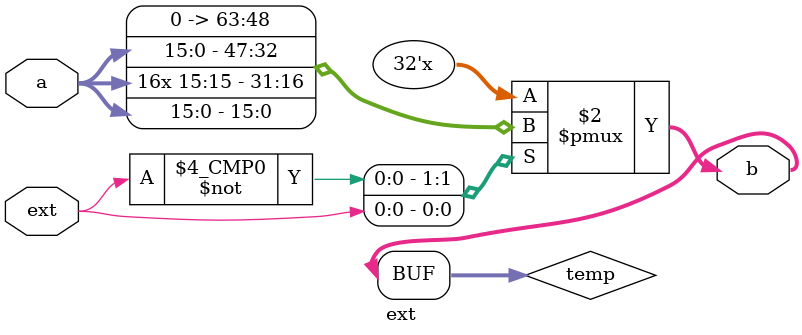
<source format=v>
module alu(
	input [31:0] instr,
    input [31:0] A,
    input [31:0] B,
    input [3:0] Op,
    input [31:0] Excption_E_1,
    output reg[31:0]Excption_E_2,
    output reg [31:0] C,
	 output reg Over
	 );
	 reg C32;	 
	 always@(*)
		 begin 
		 	 Over=0;                           
			 case (Op)
			 4'b0000: C=A+B; //无符号立即数加法或者加法		
			 4'b0001: C=A&B; //与
			 4'b0010: C=A^B; //异或
			 4'b0101: C=A|B; //或
			 4'b1110: C=~(A|B);//或非
			 4'b0011: C=B<<A[4:0];
			 4'b1000: C=A-B;  //无符号减法
			 4'b0110: C={B[15:0],16'b0}; //lui
			 4'b0111: C=B>>A[4:0]; // logical shift is add 0!
			 4'b1111: C=$signed(B)>>>A[4:0]; // mathtical shift is add gpr[31]
			 4'b0100: begin {C32,C}={A[31],A}-{B[31],B};
								  Over=(C32!=C[31]);  end    //带符号减法
			 4'b1001: begin {C32,C}={A[31],A}+{B[31],B};   
								  Over=(C32!=C[31]);  end	  //有符号加法
			 default : C = 32'bxxxxxxxxxxxxxxxxxxxxxxxxxxxxxxxx;
			 endcase
	   end
	   wire is_slt;
	   assign is_slt=(instr[31:26]==6'b000000)&(instr[5:0]==6'b101010);
	  always @(*) begin
	  	if(Over)begin
	  		if(!is_slt)begin
	  		Excption_E_2<={Excption_E_1[31:4],1'b1,Excption_E_1[2:0]};
	  	end 
	  	else begin
	  		Excption_E_2<=Excption_E_1;
	  	end
	  	end 
	  	else begin
	  		Excption_E_2<=Excption_E_1;
	  	end
	  end
endmodule

module adder(
    input [31:0] A,
    input [31:0] B,
    output [31:0] Y
    );
assign Y=A+B;

endmodule

module ext(
	 input ext,
    input [15:0] a,
    output [31:0] b
    );
	 reg [31:0] temp;
	 assign b=temp;
	 always@(*)
	 
	  begin 
	    case(ext)
		 0 : temp={16'b0,a};
		 1 : temp={{16{a[15]}},a};
		 endcase
		end

endmodule
</source>
